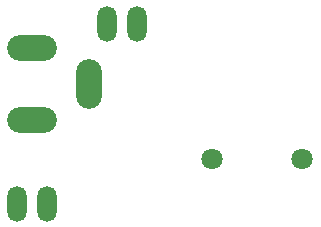
<source format=gbr>
G04 #@! TF.GenerationSoftware,KiCad,Pcbnew,(5.0.0)*
G04 #@! TF.CreationDate,2020-02-21T08:37:36-08:00*
G04 #@! TF.ProjectId,Battery Power Circuit V3,4261747465727920506F776572204369,rev?*
G04 #@! TF.SameCoordinates,Original*
G04 #@! TF.FileFunction,Soldermask,Bot*
G04 #@! TF.FilePolarity,Negative*
%FSLAX46Y46*%
G04 Gerber Fmt 4.6, Leading zero omitted, Abs format (unit mm)*
G04 Created by KiCad (PCBNEW (5.0.0)) date 02/21/20 08:37:36*
%MOMM*%
%LPD*%
G01*
G04 APERTURE LIST*
%ADD10O,1.625600X3.048000*%
%ADD11O,2.203200X4.203200*%
%ADD12O,4.203200X2.203200*%
%ADD13C,1.803400*%
G04 APERTURE END LIST*
D10*
G04 #@! TO.C,JP1*
X135966100Y-113888600D03*
X138506100Y-113888600D03*
G04 #@! TD*
G04 #@! TO.C,JP2*
X146126100Y-98648600D03*
X143586100Y-98648600D03*
G04 #@! TD*
D11*
G04 #@! TO.C,J1*
X142036100Y-103728600D03*
D12*
X137236100Y-100728600D03*
X137236100Y-106828600D03*
G04 #@! TD*
D13*
G04 #@! TO.C,J2*
X160096100Y-110078600D03*
X152476100Y-110078600D03*
G04 #@! TD*
M02*

</source>
